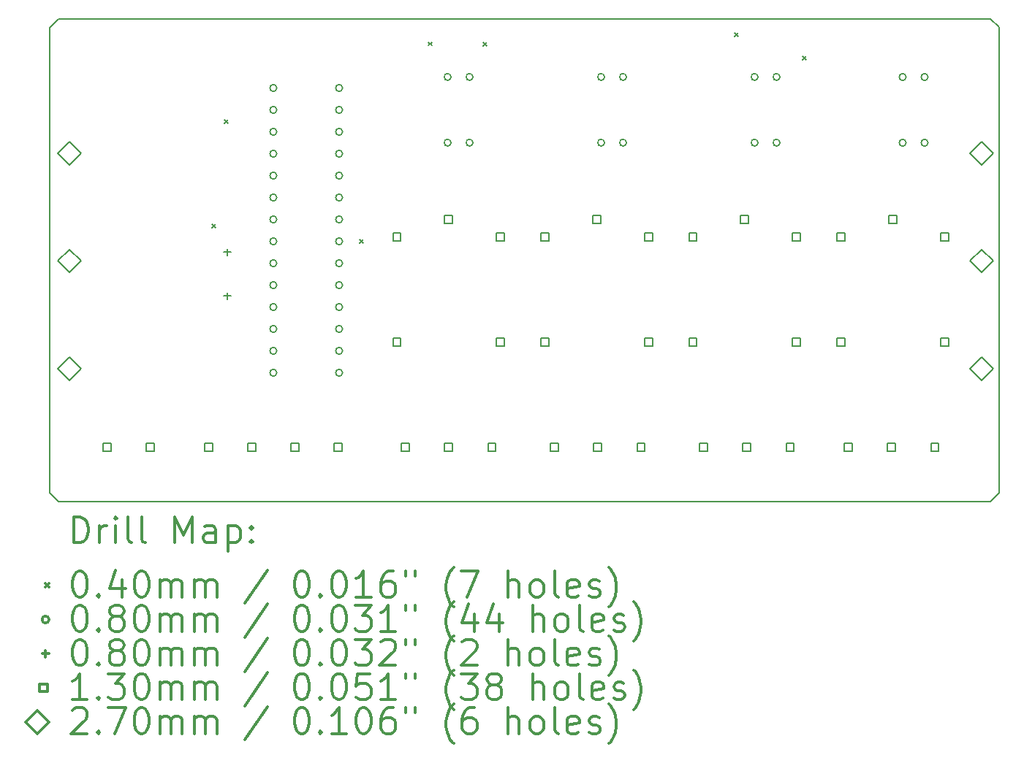
<source format=gbr>
%FSLAX45Y45*%
G04 Gerber Fmt 4.5, Leading zero omitted, Abs format (unit mm)*
G04 Created by KiCad (PCBNEW (5.0.0)) date 09/27/18 16:00:31*
%MOMM*%
%LPD*%
G01*
G04 APERTURE LIST*
%ADD10C,0.150000*%
%ADD11C,0.200000*%
%ADD12C,0.300000*%
G04 APERTURE END LIST*
D10*
X19481800Y-11658600D02*
X19585940Y-11554460D01*
X19484340Y-6057900D02*
X19585940Y-6154420D01*
X8585200Y-6159500D02*
X8686800Y-6057900D01*
X8684260Y-11658600D02*
X8585200Y-11557000D01*
X8585200Y-11557000D02*
X8585200Y-6159500D01*
X8686800Y-6057900D02*
X19484340Y-6057900D01*
X19585940Y-11554460D02*
X19585940Y-6154420D01*
X8686800Y-11658600D02*
X19481800Y-11658600D01*
D11*
X10468700Y-8436370D02*
X10508700Y-8476370D01*
X10508700Y-8436370D02*
X10468700Y-8476370D01*
X10609450Y-7229620D02*
X10649450Y-7269620D01*
X10649450Y-7229620D02*
X10609450Y-7269620D01*
X12179620Y-8616000D02*
X12219620Y-8656000D01*
X12219620Y-8616000D02*
X12179620Y-8656000D01*
X12973730Y-6326610D02*
X13013730Y-6366610D01*
X13013730Y-6326610D02*
X12973730Y-6366610D01*
X13606110Y-6330000D02*
X13646110Y-6370000D01*
X13646110Y-6330000D02*
X13606110Y-6370000D01*
X16522930Y-6220710D02*
X16562930Y-6260710D01*
X16562930Y-6220710D02*
X16522930Y-6260710D01*
X17305340Y-6492560D02*
X17345340Y-6532560D01*
X17345340Y-6492560D02*
X17305340Y-6532560D01*
X16791300Y-6731000D02*
G75*
G03X16791300Y-6731000I-40000J0D01*
G01*
X16791300Y-7493000D02*
G75*
G03X16791300Y-7493000I-40000J0D01*
G01*
X17045300Y-6731000D02*
G75*
G03X17045300Y-6731000I-40000J0D01*
G01*
X17045300Y-7493000D02*
G75*
G03X17045300Y-7493000I-40000J0D01*
G01*
X18505800Y-6731000D02*
G75*
G03X18505800Y-6731000I-40000J0D01*
G01*
X18505800Y-7493000D02*
G75*
G03X18505800Y-7493000I-40000J0D01*
G01*
X18759800Y-6731000D02*
G75*
G03X18759800Y-6731000I-40000J0D01*
G01*
X18759800Y-7493000D02*
G75*
G03X18759800Y-7493000I-40000J0D01*
G01*
X13235300Y-6731000D02*
G75*
G03X13235300Y-6731000I-40000J0D01*
G01*
X13235300Y-7493000D02*
G75*
G03X13235300Y-7493000I-40000J0D01*
G01*
X13489300Y-6731000D02*
G75*
G03X13489300Y-6731000I-40000J0D01*
G01*
X13489300Y-7493000D02*
G75*
G03X13489300Y-7493000I-40000J0D01*
G01*
X11216000Y-6858000D02*
G75*
G03X11216000Y-6858000I-40000J0D01*
G01*
X11216000Y-7112000D02*
G75*
G03X11216000Y-7112000I-40000J0D01*
G01*
X11216000Y-7366000D02*
G75*
G03X11216000Y-7366000I-40000J0D01*
G01*
X11216000Y-7620000D02*
G75*
G03X11216000Y-7620000I-40000J0D01*
G01*
X11216000Y-7874000D02*
G75*
G03X11216000Y-7874000I-40000J0D01*
G01*
X11216000Y-8128000D02*
G75*
G03X11216000Y-8128000I-40000J0D01*
G01*
X11216000Y-8382000D02*
G75*
G03X11216000Y-8382000I-40000J0D01*
G01*
X11216000Y-8636000D02*
G75*
G03X11216000Y-8636000I-40000J0D01*
G01*
X11216000Y-8890000D02*
G75*
G03X11216000Y-8890000I-40000J0D01*
G01*
X11216000Y-9144000D02*
G75*
G03X11216000Y-9144000I-40000J0D01*
G01*
X11216000Y-9398000D02*
G75*
G03X11216000Y-9398000I-40000J0D01*
G01*
X11216000Y-9652000D02*
G75*
G03X11216000Y-9652000I-40000J0D01*
G01*
X11216000Y-9906000D02*
G75*
G03X11216000Y-9906000I-40000J0D01*
G01*
X11216000Y-10160000D02*
G75*
G03X11216000Y-10160000I-40000J0D01*
G01*
X11978000Y-6858000D02*
G75*
G03X11978000Y-6858000I-40000J0D01*
G01*
X11978000Y-7112000D02*
G75*
G03X11978000Y-7112000I-40000J0D01*
G01*
X11978000Y-7366000D02*
G75*
G03X11978000Y-7366000I-40000J0D01*
G01*
X11978000Y-7620000D02*
G75*
G03X11978000Y-7620000I-40000J0D01*
G01*
X11978000Y-7874000D02*
G75*
G03X11978000Y-7874000I-40000J0D01*
G01*
X11978000Y-8128000D02*
G75*
G03X11978000Y-8128000I-40000J0D01*
G01*
X11978000Y-8382000D02*
G75*
G03X11978000Y-8382000I-40000J0D01*
G01*
X11978000Y-8636000D02*
G75*
G03X11978000Y-8636000I-40000J0D01*
G01*
X11978000Y-8890000D02*
G75*
G03X11978000Y-8890000I-40000J0D01*
G01*
X11978000Y-9144000D02*
G75*
G03X11978000Y-9144000I-40000J0D01*
G01*
X11978000Y-9398000D02*
G75*
G03X11978000Y-9398000I-40000J0D01*
G01*
X11978000Y-9652000D02*
G75*
G03X11978000Y-9652000I-40000J0D01*
G01*
X11978000Y-9906000D02*
G75*
G03X11978000Y-9906000I-40000J0D01*
G01*
X11978000Y-10160000D02*
G75*
G03X11978000Y-10160000I-40000J0D01*
G01*
X15013300Y-6731000D02*
G75*
G03X15013300Y-6731000I-40000J0D01*
G01*
X15013300Y-7493000D02*
G75*
G03X15013300Y-7493000I-40000J0D01*
G01*
X15267300Y-6731000D02*
G75*
G03X15267300Y-6731000I-40000J0D01*
G01*
X15267300Y-7493000D02*
G75*
G03X15267300Y-7493000I-40000J0D01*
G01*
X10642600Y-8722995D02*
X10642600Y-8803005D01*
X10602595Y-8763000D02*
X10682605Y-8763000D01*
X10642600Y-9230995D02*
X10642600Y-9311005D01*
X10602595Y-9271000D02*
X10682605Y-9271000D01*
X17884762Y-11069562D02*
X17884762Y-10977638D01*
X17792838Y-10977638D01*
X17792838Y-11069562D01*
X17884762Y-11069562D01*
X18384762Y-11069562D02*
X18384762Y-10977638D01*
X18292838Y-10977638D01*
X18292838Y-11069562D01*
X18384762Y-11069562D01*
X18884762Y-11069562D02*
X18884762Y-10977638D01*
X18792838Y-10977638D01*
X18792838Y-11069562D01*
X18884762Y-11069562D01*
X14368462Y-8627962D02*
X14368462Y-8536038D01*
X14276538Y-8536038D01*
X14276538Y-8627962D01*
X14368462Y-8627962D01*
X14368462Y-9847962D02*
X14368462Y-9756038D01*
X14276538Y-9756038D01*
X14276538Y-9847962D01*
X14368462Y-9847962D01*
X14968462Y-8427962D02*
X14968462Y-8336038D01*
X14876538Y-8336038D01*
X14876538Y-8427962D01*
X14968462Y-8427962D01*
X15568462Y-8627962D02*
X15568462Y-8536038D01*
X15476538Y-8536038D01*
X15476538Y-8627962D01*
X15568462Y-8627962D01*
X15568462Y-9847962D02*
X15568462Y-9756038D01*
X15476538Y-9756038D01*
X15476538Y-9847962D01*
X15568462Y-9847962D01*
X10471962Y-11069562D02*
X10471962Y-10977638D01*
X10380038Y-10977638D01*
X10380038Y-11069562D01*
X10471962Y-11069562D01*
X10971962Y-11069562D02*
X10971962Y-10977638D01*
X10880038Y-10977638D01*
X10880038Y-11069562D01*
X10971962Y-11069562D01*
X11471962Y-11069562D02*
X11471962Y-10977638D01*
X11380038Y-10977638D01*
X11380038Y-11069562D01*
X11471962Y-11069562D01*
X11971962Y-11069562D02*
X11971962Y-10977638D01*
X11880038Y-10977638D01*
X11880038Y-11069562D01*
X11971962Y-11069562D01*
X16208362Y-11069562D02*
X16208362Y-10977638D01*
X16116438Y-10977638D01*
X16116438Y-11069562D01*
X16208362Y-11069562D01*
X16708362Y-11069562D02*
X16708362Y-10977638D01*
X16616438Y-10977638D01*
X16616438Y-11069562D01*
X16708362Y-11069562D01*
X17208362Y-11069562D02*
X17208362Y-10977638D01*
X17116438Y-10977638D01*
X17116438Y-11069562D01*
X17208362Y-11069562D01*
X14481162Y-11069562D02*
X14481162Y-10977638D01*
X14389238Y-10977638D01*
X14389238Y-11069562D01*
X14481162Y-11069562D01*
X14981162Y-11069562D02*
X14981162Y-10977638D01*
X14889238Y-10977638D01*
X14889238Y-11069562D01*
X14981162Y-11069562D01*
X15481162Y-11069562D02*
X15481162Y-10977638D01*
X15389238Y-10977638D01*
X15389238Y-11069562D01*
X15481162Y-11069562D01*
X17797462Y-8627962D02*
X17797462Y-8536038D01*
X17705538Y-8536038D01*
X17705538Y-8627962D01*
X17797462Y-8627962D01*
X17797462Y-9847962D02*
X17797462Y-9756038D01*
X17705538Y-9756038D01*
X17705538Y-9847962D01*
X17797462Y-9847962D01*
X18397462Y-8427962D02*
X18397462Y-8336038D01*
X18305538Y-8336038D01*
X18305538Y-8427962D01*
X18397462Y-8427962D01*
X18997462Y-8627962D02*
X18997462Y-8536038D01*
X18905538Y-8536038D01*
X18905538Y-8627962D01*
X18997462Y-8627962D01*
X18997462Y-9847962D02*
X18997462Y-9756038D01*
X18905538Y-9756038D01*
X18905538Y-9847962D01*
X18997462Y-9847962D01*
X12753962Y-11069562D02*
X12753962Y-10977638D01*
X12662038Y-10977638D01*
X12662038Y-11069562D01*
X12753962Y-11069562D01*
X13253962Y-11069562D02*
X13253962Y-10977638D01*
X13162038Y-10977638D01*
X13162038Y-11069562D01*
X13253962Y-11069562D01*
X13753962Y-11069562D02*
X13753962Y-10977638D01*
X13662038Y-10977638D01*
X13662038Y-11069562D01*
X13753962Y-11069562D01*
X12653962Y-8627962D02*
X12653962Y-8536038D01*
X12562038Y-8536038D01*
X12562038Y-8627962D01*
X12653962Y-8627962D01*
X12653962Y-9847962D02*
X12653962Y-9756038D01*
X12562038Y-9756038D01*
X12562038Y-9847962D01*
X12653962Y-9847962D01*
X13253962Y-8427962D02*
X13253962Y-8336038D01*
X13162038Y-8336038D01*
X13162038Y-8427962D01*
X13253962Y-8427962D01*
X13853962Y-8627962D02*
X13853962Y-8536038D01*
X13762038Y-8536038D01*
X13762038Y-8627962D01*
X13853962Y-8627962D01*
X13853962Y-9847962D02*
X13853962Y-9756038D01*
X13762038Y-9756038D01*
X13762038Y-9847962D01*
X13853962Y-9847962D01*
X16082962Y-8627962D02*
X16082962Y-8536038D01*
X15991038Y-8536038D01*
X15991038Y-8627962D01*
X16082962Y-8627962D01*
X16082962Y-9847962D02*
X16082962Y-9756038D01*
X15991038Y-9756038D01*
X15991038Y-9847962D01*
X16082962Y-9847962D01*
X16682962Y-8427962D02*
X16682962Y-8336038D01*
X16591038Y-8336038D01*
X16591038Y-8427962D01*
X16682962Y-8427962D01*
X17282962Y-8627962D02*
X17282962Y-8536038D01*
X17191038Y-8536038D01*
X17191038Y-8627962D01*
X17282962Y-8627962D01*
X17282962Y-9847962D02*
X17282962Y-9756038D01*
X17191038Y-9756038D01*
X17191038Y-9847962D01*
X17282962Y-9847962D01*
X9295562Y-11069562D02*
X9295562Y-10977638D01*
X9203638Y-10977638D01*
X9203638Y-11069562D01*
X9295562Y-11069562D01*
X9795562Y-11069562D02*
X9795562Y-10977638D01*
X9703638Y-10977638D01*
X9703638Y-11069562D01*
X9795562Y-11069562D01*
X19380200Y-7748650D02*
X19515200Y-7613650D01*
X19380200Y-7478650D01*
X19245200Y-7613650D01*
X19380200Y-7748650D01*
X19380200Y-8999600D02*
X19515200Y-8864600D01*
X19380200Y-8729600D01*
X19245200Y-8864600D01*
X19380200Y-8999600D01*
X19380200Y-10250550D02*
X19515200Y-10115550D01*
X19380200Y-9980550D01*
X19245200Y-10115550D01*
X19380200Y-10250550D01*
X8813800Y-7748650D02*
X8948800Y-7613650D01*
X8813800Y-7478650D01*
X8678800Y-7613650D01*
X8813800Y-7748650D01*
X8813800Y-8999600D02*
X8948800Y-8864600D01*
X8813800Y-8729600D01*
X8678800Y-8864600D01*
X8813800Y-8999600D01*
X8813800Y-10250550D02*
X8948800Y-10115550D01*
X8813800Y-9980550D01*
X8678800Y-10115550D01*
X8813800Y-10250550D01*
D12*
X8864128Y-12131814D02*
X8864128Y-11831814D01*
X8935557Y-11831814D01*
X8978414Y-11846100D01*
X9006986Y-11874671D01*
X9021271Y-11903243D01*
X9035557Y-11960386D01*
X9035557Y-12003243D01*
X9021271Y-12060386D01*
X9006986Y-12088957D01*
X8978414Y-12117529D01*
X8935557Y-12131814D01*
X8864128Y-12131814D01*
X9164128Y-12131814D02*
X9164128Y-11931814D01*
X9164128Y-11988957D02*
X9178414Y-11960386D01*
X9192700Y-11946100D01*
X9221271Y-11931814D01*
X9249843Y-11931814D01*
X9349843Y-12131814D02*
X9349843Y-11931814D01*
X9349843Y-11831814D02*
X9335557Y-11846100D01*
X9349843Y-11860386D01*
X9364128Y-11846100D01*
X9349843Y-11831814D01*
X9349843Y-11860386D01*
X9535557Y-12131814D02*
X9506986Y-12117529D01*
X9492700Y-12088957D01*
X9492700Y-11831814D01*
X9692700Y-12131814D02*
X9664128Y-12117529D01*
X9649843Y-12088957D01*
X9649843Y-11831814D01*
X10035557Y-12131814D02*
X10035557Y-11831814D01*
X10135557Y-12046100D01*
X10235557Y-11831814D01*
X10235557Y-12131814D01*
X10506986Y-12131814D02*
X10506986Y-11974671D01*
X10492700Y-11946100D01*
X10464128Y-11931814D01*
X10406986Y-11931814D01*
X10378414Y-11946100D01*
X10506986Y-12117529D02*
X10478414Y-12131814D01*
X10406986Y-12131814D01*
X10378414Y-12117529D01*
X10364128Y-12088957D01*
X10364128Y-12060386D01*
X10378414Y-12031814D01*
X10406986Y-12017529D01*
X10478414Y-12017529D01*
X10506986Y-12003243D01*
X10649843Y-11931814D02*
X10649843Y-12231814D01*
X10649843Y-11946100D02*
X10678414Y-11931814D01*
X10735557Y-11931814D01*
X10764128Y-11946100D01*
X10778414Y-11960386D01*
X10792700Y-11988957D01*
X10792700Y-12074671D01*
X10778414Y-12103243D01*
X10764128Y-12117529D01*
X10735557Y-12131814D01*
X10678414Y-12131814D01*
X10649843Y-12117529D01*
X10921271Y-12103243D02*
X10935557Y-12117529D01*
X10921271Y-12131814D01*
X10906986Y-12117529D01*
X10921271Y-12103243D01*
X10921271Y-12131814D01*
X10921271Y-11946100D02*
X10935557Y-11960386D01*
X10921271Y-11974671D01*
X10906986Y-11960386D01*
X10921271Y-11946100D01*
X10921271Y-11974671D01*
X8537700Y-12606100D02*
X8577700Y-12646100D01*
X8577700Y-12606100D02*
X8537700Y-12646100D01*
X8921271Y-12461814D02*
X8949843Y-12461814D01*
X8978414Y-12476100D01*
X8992700Y-12490386D01*
X9006986Y-12518957D01*
X9021271Y-12576100D01*
X9021271Y-12647529D01*
X9006986Y-12704671D01*
X8992700Y-12733243D01*
X8978414Y-12747529D01*
X8949843Y-12761814D01*
X8921271Y-12761814D01*
X8892700Y-12747529D01*
X8878414Y-12733243D01*
X8864128Y-12704671D01*
X8849843Y-12647529D01*
X8849843Y-12576100D01*
X8864128Y-12518957D01*
X8878414Y-12490386D01*
X8892700Y-12476100D01*
X8921271Y-12461814D01*
X9149843Y-12733243D02*
X9164128Y-12747529D01*
X9149843Y-12761814D01*
X9135557Y-12747529D01*
X9149843Y-12733243D01*
X9149843Y-12761814D01*
X9421271Y-12561814D02*
X9421271Y-12761814D01*
X9349843Y-12447529D02*
X9278414Y-12661814D01*
X9464128Y-12661814D01*
X9635557Y-12461814D02*
X9664128Y-12461814D01*
X9692700Y-12476100D01*
X9706986Y-12490386D01*
X9721271Y-12518957D01*
X9735557Y-12576100D01*
X9735557Y-12647529D01*
X9721271Y-12704671D01*
X9706986Y-12733243D01*
X9692700Y-12747529D01*
X9664128Y-12761814D01*
X9635557Y-12761814D01*
X9606986Y-12747529D01*
X9592700Y-12733243D01*
X9578414Y-12704671D01*
X9564128Y-12647529D01*
X9564128Y-12576100D01*
X9578414Y-12518957D01*
X9592700Y-12490386D01*
X9606986Y-12476100D01*
X9635557Y-12461814D01*
X9864128Y-12761814D02*
X9864128Y-12561814D01*
X9864128Y-12590386D02*
X9878414Y-12576100D01*
X9906986Y-12561814D01*
X9949843Y-12561814D01*
X9978414Y-12576100D01*
X9992700Y-12604671D01*
X9992700Y-12761814D01*
X9992700Y-12604671D02*
X10006986Y-12576100D01*
X10035557Y-12561814D01*
X10078414Y-12561814D01*
X10106986Y-12576100D01*
X10121271Y-12604671D01*
X10121271Y-12761814D01*
X10264128Y-12761814D02*
X10264128Y-12561814D01*
X10264128Y-12590386D02*
X10278414Y-12576100D01*
X10306986Y-12561814D01*
X10349843Y-12561814D01*
X10378414Y-12576100D01*
X10392700Y-12604671D01*
X10392700Y-12761814D01*
X10392700Y-12604671D02*
X10406986Y-12576100D01*
X10435557Y-12561814D01*
X10478414Y-12561814D01*
X10506986Y-12576100D01*
X10521271Y-12604671D01*
X10521271Y-12761814D01*
X11106986Y-12447529D02*
X10849843Y-12833243D01*
X11492700Y-12461814D02*
X11521271Y-12461814D01*
X11549843Y-12476100D01*
X11564128Y-12490386D01*
X11578414Y-12518957D01*
X11592700Y-12576100D01*
X11592700Y-12647529D01*
X11578414Y-12704671D01*
X11564128Y-12733243D01*
X11549843Y-12747529D01*
X11521271Y-12761814D01*
X11492700Y-12761814D01*
X11464128Y-12747529D01*
X11449843Y-12733243D01*
X11435557Y-12704671D01*
X11421271Y-12647529D01*
X11421271Y-12576100D01*
X11435557Y-12518957D01*
X11449843Y-12490386D01*
X11464128Y-12476100D01*
X11492700Y-12461814D01*
X11721271Y-12733243D02*
X11735557Y-12747529D01*
X11721271Y-12761814D01*
X11706986Y-12747529D01*
X11721271Y-12733243D01*
X11721271Y-12761814D01*
X11921271Y-12461814D02*
X11949843Y-12461814D01*
X11978414Y-12476100D01*
X11992700Y-12490386D01*
X12006986Y-12518957D01*
X12021271Y-12576100D01*
X12021271Y-12647529D01*
X12006986Y-12704671D01*
X11992700Y-12733243D01*
X11978414Y-12747529D01*
X11949843Y-12761814D01*
X11921271Y-12761814D01*
X11892700Y-12747529D01*
X11878414Y-12733243D01*
X11864128Y-12704671D01*
X11849843Y-12647529D01*
X11849843Y-12576100D01*
X11864128Y-12518957D01*
X11878414Y-12490386D01*
X11892700Y-12476100D01*
X11921271Y-12461814D01*
X12306986Y-12761814D02*
X12135557Y-12761814D01*
X12221271Y-12761814D02*
X12221271Y-12461814D01*
X12192700Y-12504671D01*
X12164128Y-12533243D01*
X12135557Y-12547529D01*
X12564128Y-12461814D02*
X12506986Y-12461814D01*
X12478414Y-12476100D01*
X12464128Y-12490386D01*
X12435557Y-12533243D01*
X12421271Y-12590386D01*
X12421271Y-12704671D01*
X12435557Y-12733243D01*
X12449843Y-12747529D01*
X12478414Y-12761814D01*
X12535557Y-12761814D01*
X12564128Y-12747529D01*
X12578414Y-12733243D01*
X12592700Y-12704671D01*
X12592700Y-12633243D01*
X12578414Y-12604671D01*
X12564128Y-12590386D01*
X12535557Y-12576100D01*
X12478414Y-12576100D01*
X12449843Y-12590386D01*
X12435557Y-12604671D01*
X12421271Y-12633243D01*
X12706986Y-12461814D02*
X12706986Y-12518957D01*
X12821271Y-12461814D02*
X12821271Y-12518957D01*
X13264128Y-12876100D02*
X13249843Y-12861814D01*
X13221271Y-12818957D01*
X13206986Y-12790386D01*
X13192700Y-12747529D01*
X13178414Y-12676100D01*
X13178414Y-12618957D01*
X13192700Y-12547529D01*
X13206986Y-12504671D01*
X13221271Y-12476100D01*
X13249843Y-12433243D01*
X13264128Y-12418957D01*
X13349843Y-12461814D02*
X13549843Y-12461814D01*
X13421271Y-12761814D01*
X13892700Y-12761814D02*
X13892700Y-12461814D01*
X14021271Y-12761814D02*
X14021271Y-12604671D01*
X14006986Y-12576100D01*
X13978414Y-12561814D01*
X13935557Y-12561814D01*
X13906986Y-12576100D01*
X13892700Y-12590386D01*
X14206986Y-12761814D02*
X14178414Y-12747529D01*
X14164128Y-12733243D01*
X14149843Y-12704671D01*
X14149843Y-12618957D01*
X14164128Y-12590386D01*
X14178414Y-12576100D01*
X14206986Y-12561814D01*
X14249843Y-12561814D01*
X14278414Y-12576100D01*
X14292700Y-12590386D01*
X14306986Y-12618957D01*
X14306986Y-12704671D01*
X14292700Y-12733243D01*
X14278414Y-12747529D01*
X14249843Y-12761814D01*
X14206986Y-12761814D01*
X14478414Y-12761814D02*
X14449843Y-12747529D01*
X14435557Y-12718957D01*
X14435557Y-12461814D01*
X14706986Y-12747529D02*
X14678414Y-12761814D01*
X14621271Y-12761814D01*
X14592700Y-12747529D01*
X14578414Y-12718957D01*
X14578414Y-12604671D01*
X14592700Y-12576100D01*
X14621271Y-12561814D01*
X14678414Y-12561814D01*
X14706986Y-12576100D01*
X14721271Y-12604671D01*
X14721271Y-12633243D01*
X14578414Y-12661814D01*
X14835557Y-12747529D02*
X14864128Y-12761814D01*
X14921271Y-12761814D01*
X14949843Y-12747529D01*
X14964128Y-12718957D01*
X14964128Y-12704671D01*
X14949843Y-12676100D01*
X14921271Y-12661814D01*
X14878414Y-12661814D01*
X14849843Y-12647529D01*
X14835557Y-12618957D01*
X14835557Y-12604671D01*
X14849843Y-12576100D01*
X14878414Y-12561814D01*
X14921271Y-12561814D01*
X14949843Y-12576100D01*
X15064128Y-12876100D02*
X15078414Y-12861814D01*
X15106986Y-12818957D01*
X15121271Y-12790386D01*
X15135557Y-12747529D01*
X15149843Y-12676100D01*
X15149843Y-12618957D01*
X15135557Y-12547529D01*
X15121271Y-12504671D01*
X15106986Y-12476100D01*
X15078414Y-12433243D01*
X15064128Y-12418957D01*
X8577700Y-13022100D02*
G75*
G03X8577700Y-13022100I-40000J0D01*
G01*
X8921271Y-12857814D02*
X8949843Y-12857814D01*
X8978414Y-12872100D01*
X8992700Y-12886386D01*
X9006986Y-12914957D01*
X9021271Y-12972100D01*
X9021271Y-13043529D01*
X9006986Y-13100671D01*
X8992700Y-13129243D01*
X8978414Y-13143529D01*
X8949843Y-13157814D01*
X8921271Y-13157814D01*
X8892700Y-13143529D01*
X8878414Y-13129243D01*
X8864128Y-13100671D01*
X8849843Y-13043529D01*
X8849843Y-12972100D01*
X8864128Y-12914957D01*
X8878414Y-12886386D01*
X8892700Y-12872100D01*
X8921271Y-12857814D01*
X9149843Y-13129243D02*
X9164128Y-13143529D01*
X9149843Y-13157814D01*
X9135557Y-13143529D01*
X9149843Y-13129243D01*
X9149843Y-13157814D01*
X9335557Y-12986386D02*
X9306986Y-12972100D01*
X9292700Y-12957814D01*
X9278414Y-12929243D01*
X9278414Y-12914957D01*
X9292700Y-12886386D01*
X9306986Y-12872100D01*
X9335557Y-12857814D01*
X9392700Y-12857814D01*
X9421271Y-12872100D01*
X9435557Y-12886386D01*
X9449843Y-12914957D01*
X9449843Y-12929243D01*
X9435557Y-12957814D01*
X9421271Y-12972100D01*
X9392700Y-12986386D01*
X9335557Y-12986386D01*
X9306986Y-13000671D01*
X9292700Y-13014957D01*
X9278414Y-13043529D01*
X9278414Y-13100671D01*
X9292700Y-13129243D01*
X9306986Y-13143529D01*
X9335557Y-13157814D01*
X9392700Y-13157814D01*
X9421271Y-13143529D01*
X9435557Y-13129243D01*
X9449843Y-13100671D01*
X9449843Y-13043529D01*
X9435557Y-13014957D01*
X9421271Y-13000671D01*
X9392700Y-12986386D01*
X9635557Y-12857814D02*
X9664128Y-12857814D01*
X9692700Y-12872100D01*
X9706986Y-12886386D01*
X9721271Y-12914957D01*
X9735557Y-12972100D01*
X9735557Y-13043529D01*
X9721271Y-13100671D01*
X9706986Y-13129243D01*
X9692700Y-13143529D01*
X9664128Y-13157814D01*
X9635557Y-13157814D01*
X9606986Y-13143529D01*
X9592700Y-13129243D01*
X9578414Y-13100671D01*
X9564128Y-13043529D01*
X9564128Y-12972100D01*
X9578414Y-12914957D01*
X9592700Y-12886386D01*
X9606986Y-12872100D01*
X9635557Y-12857814D01*
X9864128Y-13157814D02*
X9864128Y-12957814D01*
X9864128Y-12986386D02*
X9878414Y-12972100D01*
X9906986Y-12957814D01*
X9949843Y-12957814D01*
X9978414Y-12972100D01*
X9992700Y-13000671D01*
X9992700Y-13157814D01*
X9992700Y-13000671D02*
X10006986Y-12972100D01*
X10035557Y-12957814D01*
X10078414Y-12957814D01*
X10106986Y-12972100D01*
X10121271Y-13000671D01*
X10121271Y-13157814D01*
X10264128Y-13157814D02*
X10264128Y-12957814D01*
X10264128Y-12986386D02*
X10278414Y-12972100D01*
X10306986Y-12957814D01*
X10349843Y-12957814D01*
X10378414Y-12972100D01*
X10392700Y-13000671D01*
X10392700Y-13157814D01*
X10392700Y-13000671D02*
X10406986Y-12972100D01*
X10435557Y-12957814D01*
X10478414Y-12957814D01*
X10506986Y-12972100D01*
X10521271Y-13000671D01*
X10521271Y-13157814D01*
X11106986Y-12843529D02*
X10849843Y-13229243D01*
X11492700Y-12857814D02*
X11521271Y-12857814D01*
X11549843Y-12872100D01*
X11564128Y-12886386D01*
X11578414Y-12914957D01*
X11592700Y-12972100D01*
X11592700Y-13043529D01*
X11578414Y-13100671D01*
X11564128Y-13129243D01*
X11549843Y-13143529D01*
X11521271Y-13157814D01*
X11492700Y-13157814D01*
X11464128Y-13143529D01*
X11449843Y-13129243D01*
X11435557Y-13100671D01*
X11421271Y-13043529D01*
X11421271Y-12972100D01*
X11435557Y-12914957D01*
X11449843Y-12886386D01*
X11464128Y-12872100D01*
X11492700Y-12857814D01*
X11721271Y-13129243D02*
X11735557Y-13143529D01*
X11721271Y-13157814D01*
X11706986Y-13143529D01*
X11721271Y-13129243D01*
X11721271Y-13157814D01*
X11921271Y-12857814D02*
X11949843Y-12857814D01*
X11978414Y-12872100D01*
X11992700Y-12886386D01*
X12006986Y-12914957D01*
X12021271Y-12972100D01*
X12021271Y-13043529D01*
X12006986Y-13100671D01*
X11992700Y-13129243D01*
X11978414Y-13143529D01*
X11949843Y-13157814D01*
X11921271Y-13157814D01*
X11892700Y-13143529D01*
X11878414Y-13129243D01*
X11864128Y-13100671D01*
X11849843Y-13043529D01*
X11849843Y-12972100D01*
X11864128Y-12914957D01*
X11878414Y-12886386D01*
X11892700Y-12872100D01*
X11921271Y-12857814D01*
X12121271Y-12857814D02*
X12306986Y-12857814D01*
X12206986Y-12972100D01*
X12249843Y-12972100D01*
X12278414Y-12986386D01*
X12292700Y-13000671D01*
X12306986Y-13029243D01*
X12306986Y-13100671D01*
X12292700Y-13129243D01*
X12278414Y-13143529D01*
X12249843Y-13157814D01*
X12164128Y-13157814D01*
X12135557Y-13143529D01*
X12121271Y-13129243D01*
X12592700Y-13157814D02*
X12421271Y-13157814D01*
X12506986Y-13157814D02*
X12506986Y-12857814D01*
X12478414Y-12900671D01*
X12449843Y-12929243D01*
X12421271Y-12943529D01*
X12706986Y-12857814D02*
X12706986Y-12914957D01*
X12821271Y-12857814D02*
X12821271Y-12914957D01*
X13264128Y-13272100D02*
X13249843Y-13257814D01*
X13221271Y-13214957D01*
X13206986Y-13186386D01*
X13192700Y-13143529D01*
X13178414Y-13072100D01*
X13178414Y-13014957D01*
X13192700Y-12943529D01*
X13206986Y-12900671D01*
X13221271Y-12872100D01*
X13249843Y-12829243D01*
X13264128Y-12814957D01*
X13506986Y-12957814D02*
X13506986Y-13157814D01*
X13435557Y-12843529D02*
X13364128Y-13057814D01*
X13549843Y-13057814D01*
X13792700Y-12957814D02*
X13792700Y-13157814D01*
X13721271Y-12843529D02*
X13649843Y-13057814D01*
X13835557Y-13057814D01*
X14178414Y-13157814D02*
X14178414Y-12857814D01*
X14306986Y-13157814D02*
X14306986Y-13000671D01*
X14292700Y-12972100D01*
X14264128Y-12957814D01*
X14221271Y-12957814D01*
X14192700Y-12972100D01*
X14178414Y-12986386D01*
X14492700Y-13157814D02*
X14464128Y-13143529D01*
X14449843Y-13129243D01*
X14435557Y-13100671D01*
X14435557Y-13014957D01*
X14449843Y-12986386D01*
X14464128Y-12972100D01*
X14492700Y-12957814D01*
X14535557Y-12957814D01*
X14564128Y-12972100D01*
X14578414Y-12986386D01*
X14592700Y-13014957D01*
X14592700Y-13100671D01*
X14578414Y-13129243D01*
X14564128Y-13143529D01*
X14535557Y-13157814D01*
X14492700Y-13157814D01*
X14764128Y-13157814D02*
X14735557Y-13143529D01*
X14721271Y-13114957D01*
X14721271Y-12857814D01*
X14992700Y-13143529D02*
X14964128Y-13157814D01*
X14906986Y-13157814D01*
X14878414Y-13143529D01*
X14864128Y-13114957D01*
X14864128Y-13000671D01*
X14878414Y-12972100D01*
X14906986Y-12957814D01*
X14964128Y-12957814D01*
X14992700Y-12972100D01*
X15006986Y-13000671D01*
X15006986Y-13029243D01*
X14864128Y-13057814D01*
X15121271Y-13143529D02*
X15149843Y-13157814D01*
X15206986Y-13157814D01*
X15235557Y-13143529D01*
X15249843Y-13114957D01*
X15249843Y-13100671D01*
X15235557Y-13072100D01*
X15206986Y-13057814D01*
X15164128Y-13057814D01*
X15135557Y-13043529D01*
X15121271Y-13014957D01*
X15121271Y-13000671D01*
X15135557Y-12972100D01*
X15164128Y-12957814D01*
X15206986Y-12957814D01*
X15235557Y-12972100D01*
X15349843Y-13272100D02*
X15364128Y-13257814D01*
X15392700Y-13214957D01*
X15406986Y-13186386D01*
X15421271Y-13143529D01*
X15435557Y-13072100D01*
X15435557Y-13014957D01*
X15421271Y-12943529D01*
X15406986Y-12900671D01*
X15392700Y-12872100D01*
X15364128Y-12829243D01*
X15349843Y-12814957D01*
X8537695Y-13378095D02*
X8537695Y-13458105D01*
X8497690Y-13418100D02*
X8577700Y-13418100D01*
X8921271Y-13253814D02*
X8949843Y-13253814D01*
X8978414Y-13268100D01*
X8992700Y-13282386D01*
X9006986Y-13310957D01*
X9021271Y-13368100D01*
X9021271Y-13439529D01*
X9006986Y-13496671D01*
X8992700Y-13525243D01*
X8978414Y-13539529D01*
X8949843Y-13553814D01*
X8921271Y-13553814D01*
X8892700Y-13539529D01*
X8878414Y-13525243D01*
X8864128Y-13496671D01*
X8849843Y-13439529D01*
X8849843Y-13368100D01*
X8864128Y-13310957D01*
X8878414Y-13282386D01*
X8892700Y-13268100D01*
X8921271Y-13253814D01*
X9149843Y-13525243D02*
X9164128Y-13539529D01*
X9149843Y-13553814D01*
X9135557Y-13539529D01*
X9149843Y-13525243D01*
X9149843Y-13553814D01*
X9335557Y-13382386D02*
X9306986Y-13368100D01*
X9292700Y-13353814D01*
X9278414Y-13325243D01*
X9278414Y-13310957D01*
X9292700Y-13282386D01*
X9306986Y-13268100D01*
X9335557Y-13253814D01*
X9392700Y-13253814D01*
X9421271Y-13268100D01*
X9435557Y-13282386D01*
X9449843Y-13310957D01*
X9449843Y-13325243D01*
X9435557Y-13353814D01*
X9421271Y-13368100D01*
X9392700Y-13382386D01*
X9335557Y-13382386D01*
X9306986Y-13396671D01*
X9292700Y-13410957D01*
X9278414Y-13439529D01*
X9278414Y-13496671D01*
X9292700Y-13525243D01*
X9306986Y-13539529D01*
X9335557Y-13553814D01*
X9392700Y-13553814D01*
X9421271Y-13539529D01*
X9435557Y-13525243D01*
X9449843Y-13496671D01*
X9449843Y-13439529D01*
X9435557Y-13410957D01*
X9421271Y-13396671D01*
X9392700Y-13382386D01*
X9635557Y-13253814D02*
X9664128Y-13253814D01*
X9692700Y-13268100D01*
X9706986Y-13282386D01*
X9721271Y-13310957D01*
X9735557Y-13368100D01*
X9735557Y-13439529D01*
X9721271Y-13496671D01*
X9706986Y-13525243D01*
X9692700Y-13539529D01*
X9664128Y-13553814D01*
X9635557Y-13553814D01*
X9606986Y-13539529D01*
X9592700Y-13525243D01*
X9578414Y-13496671D01*
X9564128Y-13439529D01*
X9564128Y-13368100D01*
X9578414Y-13310957D01*
X9592700Y-13282386D01*
X9606986Y-13268100D01*
X9635557Y-13253814D01*
X9864128Y-13553814D02*
X9864128Y-13353814D01*
X9864128Y-13382386D02*
X9878414Y-13368100D01*
X9906986Y-13353814D01*
X9949843Y-13353814D01*
X9978414Y-13368100D01*
X9992700Y-13396671D01*
X9992700Y-13553814D01*
X9992700Y-13396671D02*
X10006986Y-13368100D01*
X10035557Y-13353814D01*
X10078414Y-13353814D01*
X10106986Y-13368100D01*
X10121271Y-13396671D01*
X10121271Y-13553814D01*
X10264128Y-13553814D02*
X10264128Y-13353814D01*
X10264128Y-13382386D02*
X10278414Y-13368100D01*
X10306986Y-13353814D01*
X10349843Y-13353814D01*
X10378414Y-13368100D01*
X10392700Y-13396671D01*
X10392700Y-13553814D01*
X10392700Y-13396671D02*
X10406986Y-13368100D01*
X10435557Y-13353814D01*
X10478414Y-13353814D01*
X10506986Y-13368100D01*
X10521271Y-13396671D01*
X10521271Y-13553814D01*
X11106986Y-13239529D02*
X10849843Y-13625243D01*
X11492700Y-13253814D02*
X11521271Y-13253814D01*
X11549843Y-13268100D01*
X11564128Y-13282386D01*
X11578414Y-13310957D01*
X11592700Y-13368100D01*
X11592700Y-13439529D01*
X11578414Y-13496671D01*
X11564128Y-13525243D01*
X11549843Y-13539529D01*
X11521271Y-13553814D01*
X11492700Y-13553814D01*
X11464128Y-13539529D01*
X11449843Y-13525243D01*
X11435557Y-13496671D01*
X11421271Y-13439529D01*
X11421271Y-13368100D01*
X11435557Y-13310957D01*
X11449843Y-13282386D01*
X11464128Y-13268100D01*
X11492700Y-13253814D01*
X11721271Y-13525243D02*
X11735557Y-13539529D01*
X11721271Y-13553814D01*
X11706986Y-13539529D01*
X11721271Y-13525243D01*
X11721271Y-13553814D01*
X11921271Y-13253814D02*
X11949843Y-13253814D01*
X11978414Y-13268100D01*
X11992700Y-13282386D01*
X12006986Y-13310957D01*
X12021271Y-13368100D01*
X12021271Y-13439529D01*
X12006986Y-13496671D01*
X11992700Y-13525243D01*
X11978414Y-13539529D01*
X11949843Y-13553814D01*
X11921271Y-13553814D01*
X11892700Y-13539529D01*
X11878414Y-13525243D01*
X11864128Y-13496671D01*
X11849843Y-13439529D01*
X11849843Y-13368100D01*
X11864128Y-13310957D01*
X11878414Y-13282386D01*
X11892700Y-13268100D01*
X11921271Y-13253814D01*
X12121271Y-13253814D02*
X12306986Y-13253814D01*
X12206986Y-13368100D01*
X12249843Y-13368100D01*
X12278414Y-13382386D01*
X12292700Y-13396671D01*
X12306986Y-13425243D01*
X12306986Y-13496671D01*
X12292700Y-13525243D01*
X12278414Y-13539529D01*
X12249843Y-13553814D01*
X12164128Y-13553814D01*
X12135557Y-13539529D01*
X12121271Y-13525243D01*
X12421271Y-13282386D02*
X12435557Y-13268100D01*
X12464128Y-13253814D01*
X12535557Y-13253814D01*
X12564128Y-13268100D01*
X12578414Y-13282386D01*
X12592700Y-13310957D01*
X12592700Y-13339529D01*
X12578414Y-13382386D01*
X12406986Y-13553814D01*
X12592700Y-13553814D01*
X12706986Y-13253814D02*
X12706986Y-13310957D01*
X12821271Y-13253814D02*
X12821271Y-13310957D01*
X13264128Y-13668100D02*
X13249843Y-13653814D01*
X13221271Y-13610957D01*
X13206986Y-13582386D01*
X13192700Y-13539529D01*
X13178414Y-13468100D01*
X13178414Y-13410957D01*
X13192700Y-13339529D01*
X13206986Y-13296671D01*
X13221271Y-13268100D01*
X13249843Y-13225243D01*
X13264128Y-13210957D01*
X13364128Y-13282386D02*
X13378414Y-13268100D01*
X13406986Y-13253814D01*
X13478414Y-13253814D01*
X13506986Y-13268100D01*
X13521271Y-13282386D01*
X13535557Y-13310957D01*
X13535557Y-13339529D01*
X13521271Y-13382386D01*
X13349843Y-13553814D01*
X13535557Y-13553814D01*
X13892700Y-13553814D02*
X13892700Y-13253814D01*
X14021271Y-13553814D02*
X14021271Y-13396671D01*
X14006986Y-13368100D01*
X13978414Y-13353814D01*
X13935557Y-13353814D01*
X13906986Y-13368100D01*
X13892700Y-13382386D01*
X14206986Y-13553814D02*
X14178414Y-13539529D01*
X14164128Y-13525243D01*
X14149843Y-13496671D01*
X14149843Y-13410957D01*
X14164128Y-13382386D01*
X14178414Y-13368100D01*
X14206986Y-13353814D01*
X14249843Y-13353814D01*
X14278414Y-13368100D01*
X14292700Y-13382386D01*
X14306986Y-13410957D01*
X14306986Y-13496671D01*
X14292700Y-13525243D01*
X14278414Y-13539529D01*
X14249843Y-13553814D01*
X14206986Y-13553814D01*
X14478414Y-13553814D02*
X14449843Y-13539529D01*
X14435557Y-13510957D01*
X14435557Y-13253814D01*
X14706986Y-13539529D02*
X14678414Y-13553814D01*
X14621271Y-13553814D01*
X14592700Y-13539529D01*
X14578414Y-13510957D01*
X14578414Y-13396671D01*
X14592700Y-13368100D01*
X14621271Y-13353814D01*
X14678414Y-13353814D01*
X14706986Y-13368100D01*
X14721271Y-13396671D01*
X14721271Y-13425243D01*
X14578414Y-13453814D01*
X14835557Y-13539529D02*
X14864128Y-13553814D01*
X14921271Y-13553814D01*
X14949843Y-13539529D01*
X14964128Y-13510957D01*
X14964128Y-13496671D01*
X14949843Y-13468100D01*
X14921271Y-13453814D01*
X14878414Y-13453814D01*
X14849843Y-13439529D01*
X14835557Y-13410957D01*
X14835557Y-13396671D01*
X14849843Y-13368100D01*
X14878414Y-13353814D01*
X14921271Y-13353814D01*
X14949843Y-13368100D01*
X15064128Y-13668100D02*
X15078414Y-13653814D01*
X15106986Y-13610957D01*
X15121271Y-13582386D01*
X15135557Y-13539529D01*
X15149843Y-13468100D01*
X15149843Y-13410957D01*
X15135557Y-13339529D01*
X15121271Y-13296671D01*
X15106986Y-13268100D01*
X15078414Y-13225243D01*
X15064128Y-13210957D01*
X8558662Y-13860062D02*
X8558662Y-13768138D01*
X8466738Y-13768138D01*
X8466738Y-13860062D01*
X8558662Y-13860062D01*
X9021271Y-13949814D02*
X8849843Y-13949814D01*
X8935557Y-13949814D02*
X8935557Y-13649814D01*
X8906986Y-13692671D01*
X8878414Y-13721243D01*
X8849843Y-13735529D01*
X9149843Y-13921243D02*
X9164128Y-13935529D01*
X9149843Y-13949814D01*
X9135557Y-13935529D01*
X9149843Y-13921243D01*
X9149843Y-13949814D01*
X9264128Y-13649814D02*
X9449843Y-13649814D01*
X9349843Y-13764100D01*
X9392700Y-13764100D01*
X9421271Y-13778386D01*
X9435557Y-13792671D01*
X9449843Y-13821243D01*
X9449843Y-13892671D01*
X9435557Y-13921243D01*
X9421271Y-13935529D01*
X9392700Y-13949814D01*
X9306986Y-13949814D01*
X9278414Y-13935529D01*
X9264128Y-13921243D01*
X9635557Y-13649814D02*
X9664128Y-13649814D01*
X9692700Y-13664100D01*
X9706986Y-13678386D01*
X9721271Y-13706957D01*
X9735557Y-13764100D01*
X9735557Y-13835529D01*
X9721271Y-13892671D01*
X9706986Y-13921243D01*
X9692700Y-13935529D01*
X9664128Y-13949814D01*
X9635557Y-13949814D01*
X9606986Y-13935529D01*
X9592700Y-13921243D01*
X9578414Y-13892671D01*
X9564128Y-13835529D01*
X9564128Y-13764100D01*
X9578414Y-13706957D01*
X9592700Y-13678386D01*
X9606986Y-13664100D01*
X9635557Y-13649814D01*
X9864128Y-13949814D02*
X9864128Y-13749814D01*
X9864128Y-13778386D02*
X9878414Y-13764100D01*
X9906986Y-13749814D01*
X9949843Y-13749814D01*
X9978414Y-13764100D01*
X9992700Y-13792671D01*
X9992700Y-13949814D01*
X9992700Y-13792671D02*
X10006986Y-13764100D01*
X10035557Y-13749814D01*
X10078414Y-13749814D01*
X10106986Y-13764100D01*
X10121271Y-13792671D01*
X10121271Y-13949814D01*
X10264128Y-13949814D02*
X10264128Y-13749814D01*
X10264128Y-13778386D02*
X10278414Y-13764100D01*
X10306986Y-13749814D01*
X10349843Y-13749814D01*
X10378414Y-13764100D01*
X10392700Y-13792671D01*
X10392700Y-13949814D01*
X10392700Y-13792671D02*
X10406986Y-13764100D01*
X10435557Y-13749814D01*
X10478414Y-13749814D01*
X10506986Y-13764100D01*
X10521271Y-13792671D01*
X10521271Y-13949814D01*
X11106986Y-13635529D02*
X10849843Y-14021243D01*
X11492700Y-13649814D02*
X11521271Y-13649814D01*
X11549843Y-13664100D01*
X11564128Y-13678386D01*
X11578414Y-13706957D01*
X11592700Y-13764100D01*
X11592700Y-13835529D01*
X11578414Y-13892671D01*
X11564128Y-13921243D01*
X11549843Y-13935529D01*
X11521271Y-13949814D01*
X11492700Y-13949814D01*
X11464128Y-13935529D01*
X11449843Y-13921243D01*
X11435557Y-13892671D01*
X11421271Y-13835529D01*
X11421271Y-13764100D01*
X11435557Y-13706957D01*
X11449843Y-13678386D01*
X11464128Y-13664100D01*
X11492700Y-13649814D01*
X11721271Y-13921243D02*
X11735557Y-13935529D01*
X11721271Y-13949814D01*
X11706986Y-13935529D01*
X11721271Y-13921243D01*
X11721271Y-13949814D01*
X11921271Y-13649814D02*
X11949843Y-13649814D01*
X11978414Y-13664100D01*
X11992700Y-13678386D01*
X12006986Y-13706957D01*
X12021271Y-13764100D01*
X12021271Y-13835529D01*
X12006986Y-13892671D01*
X11992700Y-13921243D01*
X11978414Y-13935529D01*
X11949843Y-13949814D01*
X11921271Y-13949814D01*
X11892700Y-13935529D01*
X11878414Y-13921243D01*
X11864128Y-13892671D01*
X11849843Y-13835529D01*
X11849843Y-13764100D01*
X11864128Y-13706957D01*
X11878414Y-13678386D01*
X11892700Y-13664100D01*
X11921271Y-13649814D01*
X12292700Y-13649814D02*
X12149843Y-13649814D01*
X12135557Y-13792671D01*
X12149843Y-13778386D01*
X12178414Y-13764100D01*
X12249843Y-13764100D01*
X12278414Y-13778386D01*
X12292700Y-13792671D01*
X12306986Y-13821243D01*
X12306986Y-13892671D01*
X12292700Y-13921243D01*
X12278414Y-13935529D01*
X12249843Y-13949814D01*
X12178414Y-13949814D01*
X12149843Y-13935529D01*
X12135557Y-13921243D01*
X12592700Y-13949814D02*
X12421271Y-13949814D01*
X12506986Y-13949814D02*
X12506986Y-13649814D01*
X12478414Y-13692671D01*
X12449843Y-13721243D01*
X12421271Y-13735529D01*
X12706986Y-13649814D02*
X12706986Y-13706957D01*
X12821271Y-13649814D02*
X12821271Y-13706957D01*
X13264128Y-14064100D02*
X13249843Y-14049814D01*
X13221271Y-14006957D01*
X13206986Y-13978386D01*
X13192700Y-13935529D01*
X13178414Y-13864100D01*
X13178414Y-13806957D01*
X13192700Y-13735529D01*
X13206986Y-13692671D01*
X13221271Y-13664100D01*
X13249843Y-13621243D01*
X13264128Y-13606957D01*
X13349843Y-13649814D02*
X13535557Y-13649814D01*
X13435557Y-13764100D01*
X13478414Y-13764100D01*
X13506986Y-13778386D01*
X13521271Y-13792671D01*
X13535557Y-13821243D01*
X13535557Y-13892671D01*
X13521271Y-13921243D01*
X13506986Y-13935529D01*
X13478414Y-13949814D01*
X13392700Y-13949814D01*
X13364128Y-13935529D01*
X13349843Y-13921243D01*
X13706986Y-13778386D02*
X13678414Y-13764100D01*
X13664128Y-13749814D01*
X13649843Y-13721243D01*
X13649843Y-13706957D01*
X13664128Y-13678386D01*
X13678414Y-13664100D01*
X13706986Y-13649814D01*
X13764128Y-13649814D01*
X13792700Y-13664100D01*
X13806986Y-13678386D01*
X13821271Y-13706957D01*
X13821271Y-13721243D01*
X13806986Y-13749814D01*
X13792700Y-13764100D01*
X13764128Y-13778386D01*
X13706986Y-13778386D01*
X13678414Y-13792671D01*
X13664128Y-13806957D01*
X13649843Y-13835529D01*
X13649843Y-13892671D01*
X13664128Y-13921243D01*
X13678414Y-13935529D01*
X13706986Y-13949814D01*
X13764128Y-13949814D01*
X13792700Y-13935529D01*
X13806986Y-13921243D01*
X13821271Y-13892671D01*
X13821271Y-13835529D01*
X13806986Y-13806957D01*
X13792700Y-13792671D01*
X13764128Y-13778386D01*
X14178414Y-13949814D02*
X14178414Y-13649814D01*
X14306986Y-13949814D02*
X14306986Y-13792671D01*
X14292700Y-13764100D01*
X14264128Y-13749814D01*
X14221271Y-13749814D01*
X14192700Y-13764100D01*
X14178414Y-13778386D01*
X14492700Y-13949814D02*
X14464128Y-13935529D01*
X14449843Y-13921243D01*
X14435557Y-13892671D01*
X14435557Y-13806957D01*
X14449843Y-13778386D01*
X14464128Y-13764100D01*
X14492700Y-13749814D01*
X14535557Y-13749814D01*
X14564128Y-13764100D01*
X14578414Y-13778386D01*
X14592700Y-13806957D01*
X14592700Y-13892671D01*
X14578414Y-13921243D01*
X14564128Y-13935529D01*
X14535557Y-13949814D01*
X14492700Y-13949814D01*
X14764128Y-13949814D02*
X14735557Y-13935529D01*
X14721271Y-13906957D01*
X14721271Y-13649814D01*
X14992700Y-13935529D02*
X14964128Y-13949814D01*
X14906986Y-13949814D01*
X14878414Y-13935529D01*
X14864128Y-13906957D01*
X14864128Y-13792671D01*
X14878414Y-13764100D01*
X14906986Y-13749814D01*
X14964128Y-13749814D01*
X14992700Y-13764100D01*
X15006986Y-13792671D01*
X15006986Y-13821243D01*
X14864128Y-13849814D01*
X15121271Y-13935529D02*
X15149843Y-13949814D01*
X15206986Y-13949814D01*
X15235557Y-13935529D01*
X15249843Y-13906957D01*
X15249843Y-13892671D01*
X15235557Y-13864100D01*
X15206986Y-13849814D01*
X15164128Y-13849814D01*
X15135557Y-13835529D01*
X15121271Y-13806957D01*
X15121271Y-13792671D01*
X15135557Y-13764100D01*
X15164128Y-13749814D01*
X15206986Y-13749814D01*
X15235557Y-13764100D01*
X15349843Y-14064100D02*
X15364128Y-14049814D01*
X15392700Y-14006957D01*
X15406986Y-13978386D01*
X15421271Y-13935529D01*
X15435557Y-13864100D01*
X15435557Y-13806957D01*
X15421271Y-13735529D01*
X15406986Y-13692671D01*
X15392700Y-13664100D01*
X15364128Y-13621243D01*
X15349843Y-13606957D01*
X8442700Y-14345100D02*
X8577700Y-14210100D01*
X8442700Y-14075100D01*
X8307700Y-14210100D01*
X8442700Y-14345100D01*
X8849843Y-14074386D02*
X8864128Y-14060100D01*
X8892700Y-14045814D01*
X8964128Y-14045814D01*
X8992700Y-14060100D01*
X9006986Y-14074386D01*
X9021271Y-14102957D01*
X9021271Y-14131529D01*
X9006986Y-14174386D01*
X8835557Y-14345814D01*
X9021271Y-14345814D01*
X9149843Y-14317243D02*
X9164128Y-14331529D01*
X9149843Y-14345814D01*
X9135557Y-14331529D01*
X9149843Y-14317243D01*
X9149843Y-14345814D01*
X9264128Y-14045814D02*
X9464128Y-14045814D01*
X9335557Y-14345814D01*
X9635557Y-14045814D02*
X9664128Y-14045814D01*
X9692700Y-14060100D01*
X9706986Y-14074386D01*
X9721271Y-14102957D01*
X9735557Y-14160100D01*
X9735557Y-14231529D01*
X9721271Y-14288671D01*
X9706986Y-14317243D01*
X9692700Y-14331529D01*
X9664128Y-14345814D01*
X9635557Y-14345814D01*
X9606986Y-14331529D01*
X9592700Y-14317243D01*
X9578414Y-14288671D01*
X9564128Y-14231529D01*
X9564128Y-14160100D01*
X9578414Y-14102957D01*
X9592700Y-14074386D01*
X9606986Y-14060100D01*
X9635557Y-14045814D01*
X9864128Y-14345814D02*
X9864128Y-14145814D01*
X9864128Y-14174386D02*
X9878414Y-14160100D01*
X9906986Y-14145814D01*
X9949843Y-14145814D01*
X9978414Y-14160100D01*
X9992700Y-14188671D01*
X9992700Y-14345814D01*
X9992700Y-14188671D02*
X10006986Y-14160100D01*
X10035557Y-14145814D01*
X10078414Y-14145814D01*
X10106986Y-14160100D01*
X10121271Y-14188671D01*
X10121271Y-14345814D01*
X10264128Y-14345814D02*
X10264128Y-14145814D01*
X10264128Y-14174386D02*
X10278414Y-14160100D01*
X10306986Y-14145814D01*
X10349843Y-14145814D01*
X10378414Y-14160100D01*
X10392700Y-14188671D01*
X10392700Y-14345814D01*
X10392700Y-14188671D02*
X10406986Y-14160100D01*
X10435557Y-14145814D01*
X10478414Y-14145814D01*
X10506986Y-14160100D01*
X10521271Y-14188671D01*
X10521271Y-14345814D01*
X11106986Y-14031529D02*
X10849843Y-14417243D01*
X11492700Y-14045814D02*
X11521271Y-14045814D01*
X11549843Y-14060100D01*
X11564128Y-14074386D01*
X11578414Y-14102957D01*
X11592700Y-14160100D01*
X11592700Y-14231529D01*
X11578414Y-14288671D01*
X11564128Y-14317243D01*
X11549843Y-14331529D01*
X11521271Y-14345814D01*
X11492700Y-14345814D01*
X11464128Y-14331529D01*
X11449843Y-14317243D01*
X11435557Y-14288671D01*
X11421271Y-14231529D01*
X11421271Y-14160100D01*
X11435557Y-14102957D01*
X11449843Y-14074386D01*
X11464128Y-14060100D01*
X11492700Y-14045814D01*
X11721271Y-14317243D02*
X11735557Y-14331529D01*
X11721271Y-14345814D01*
X11706986Y-14331529D01*
X11721271Y-14317243D01*
X11721271Y-14345814D01*
X12021271Y-14345814D02*
X11849843Y-14345814D01*
X11935557Y-14345814D02*
X11935557Y-14045814D01*
X11906986Y-14088671D01*
X11878414Y-14117243D01*
X11849843Y-14131529D01*
X12206986Y-14045814D02*
X12235557Y-14045814D01*
X12264128Y-14060100D01*
X12278414Y-14074386D01*
X12292700Y-14102957D01*
X12306986Y-14160100D01*
X12306986Y-14231529D01*
X12292700Y-14288671D01*
X12278414Y-14317243D01*
X12264128Y-14331529D01*
X12235557Y-14345814D01*
X12206986Y-14345814D01*
X12178414Y-14331529D01*
X12164128Y-14317243D01*
X12149843Y-14288671D01*
X12135557Y-14231529D01*
X12135557Y-14160100D01*
X12149843Y-14102957D01*
X12164128Y-14074386D01*
X12178414Y-14060100D01*
X12206986Y-14045814D01*
X12564128Y-14045814D02*
X12506986Y-14045814D01*
X12478414Y-14060100D01*
X12464128Y-14074386D01*
X12435557Y-14117243D01*
X12421271Y-14174386D01*
X12421271Y-14288671D01*
X12435557Y-14317243D01*
X12449843Y-14331529D01*
X12478414Y-14345814D01*
X12535557Y-14345814D01*
X12564128Y-14331529D01*
X12578414Y-14317243D01*
X12592700Y-14288671D01*
X12592700Y-14217243D01*
X12578414Y-14188671D01*
X12564128Y-14174386D01*
X12535557Y-14160100D01*
X12478414Y-14160100D01*
X12449843Y-14174386D01*
X12435557Y-14188671D01*
X12421271Y-14217243D01*
X12706986Y-14045814D02*
X12706986Y-14102957D01*
X12821271Y-14045814D02*
X12821271Y-14102957D01*
X13264128Y-14460100D02*
X13249843Y-14445814D01*
X13221271Y-14402957D01*
X13206986Y-14374386D01*
X13192700Y-14331529D01*
X13178414Y-14260100D01*
X13178414Y-14202957D01*
X13192700Y-14131529D01*
X13206986Y-14088671D01*
X13221271Y-14060100D01*
X13249843Y-14017243D01*
X13264128Y-14002957D01*
X13506986Y-14045814D02*
X13449843Y-14045814D01*
X13421271Y-14060100D01*
X13406986Y-14074386D01*
X13378414Y-14117243D01*
X13364128Y-14174386D01*
X13364128Y-14288671D01*
X13378414Y-14317243D01*
X13392700Y-14331529D01*
X13421271Y-14345814D01*
X13478414Y-14345814D01*
X13506986Y-14331529D01*
X13521271Y-14317243D01*
X13535557Y-14288671D01*
X13535557Y-14217243D01*
X13521271Y-14188671D01*
X13506986Y-14174386D01*
X13478414Y-14160100D01*
X13421271Y-14160100D01*
X13392700Y-14174386D01*
X13378414Y-14188671D01*
X13364128Y-14217243D01*
X13892700Y-14345814D02*
X13892700Y-14045814D01*
X14021271Y-14345814D02*
X14021271Y-14188671D01*
X14006986Y-14160100D01*
X13978414Y-14145814D01*
X13935557Y-14145814D01*
X13906986Y-14160100D01*
X13892700Y-14174386D01*
X14206986Y-14345814D02*
X14178414Y-14331529D01*
X14164128Y-14317243D01*
X14149843Y-14288671D01*
X14149843Y-14202957D01*
X14164128Y-14174386D01*
X14178414Y-14160100D01*
X14206986Y-14145814D01*
X14249843Y-14145814D01*
X14278414Y-14160100D01*
X14292700Y-14174386D01*
X14306986Y-14202957D01*
X14306986Y-14288671D01*
X14292700Y-14317243D01*
X14278414Y-14331529D01*
X14249843Y-14345814D01*
X14206986Y-14345814D01*
X14478414Y-14345814D02*
X14449843Y-14331529D01*
X14435557Y-14302957D01*
X14435557Y-14045814D01*
X14706986Y-14331529D02*
X14678414Y-14345814D01*
X14621271Y-14345814D01*
X14592700Y-14331529D01*
X14578414Y-14302957D01*
X14578414Y-14188671D01*
X14592700Y-14160100D01*
X14621271Y-14145814D01*
X14678414Y-14145814D01*
X14706986Y-14160100D01*
X14721271Y-14188671D01*
X14721271Y-14217243D01*
X14578414Y-14245814D01*
X14835557Y-14331529D02*
X14864128Y-14345814D01*
X14921271Y-14345814D01*
X14949843Y-14331529D01*
X14964128Y-14302957D01*
X14964128Y-14288671D01*
X14949843Y-14260100D01*
X14921271Y-14245814D01*
X14878414Y-14245814D01*
X14849843Y-14231529D01*
X14835557Y-14202957D01*
X14835557Y-14188671D01*
X14849843Y-14160100D01*
X14878414Y-14145814D01*
X14921271Y-14145814D01*
X14949843Y-14160100D01*
X15064128Y-14460100D02*
X15078414Y-14445814D01*
X15106986Y-14402957D01*
X15121271Y-14374386D01*
X15135557Y-14331529D01*
X15149843Y-14260100D01*
X15149843Y-14202957D01*
X15135557Y-14131529D01*
X15121271Y-14088671D01*
X15106986Y-14060100D01*
X15078414Y-14017243D01*
X15064128Y-14002957D01*
M02*

</source>
